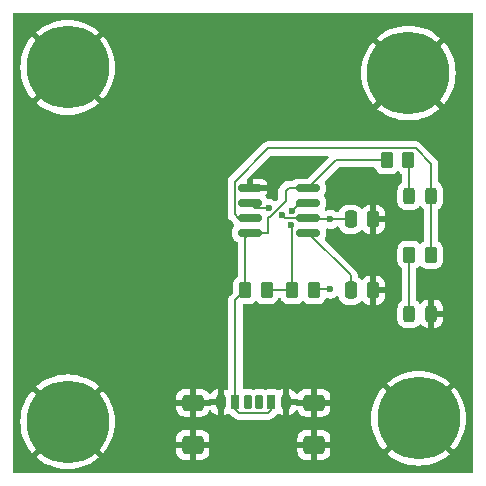
<source format=gbr>
%TF.GenerationSoftware,KiCad,Pcbnew,8.0.8*%
%TF.CreationDate,2025-03-19T14:50:45+02:00*%
%TF.ProjectId,Pcb_intro_timer,5063625f-696e-4747-926f-5f74696d6572,rev?*%
%TF.SameCoordinates,Original*%
%TF.FileFunction,Copper,L1,Top*%
%TF.FilePolarity,Positive*%
%FSLAX46Y46*%
G04 Gerber Fmt 4.6, Leading zero omitted, Abs format (unit mm)*
G04 Created by KiCad (PCBNEW 8.0.8) date 2025-03-19 14:50:45*
%MOMM*%
%LPD*%
G01*
G04 APERTURE LIST*
G04 Aperture macros list*
%AMRoundRect*
0 Rectangle with rounded corners*
0 $1 Rounding radius*
0 $2 $3 $4 $5 $6 $7 $8 $9 X,Y pos of 4 corners*
0 Add a 4 corners polygon primitive as box body*
4,1,4,$2,$3,$4,$5,$6,$7,$8,$9,$2,$3,0*
0 Add four circle primitives for the rounded corners*
1,1,$1+$1,$2,$3*
1,1,$1+$1,$4,$5*
1,1,$1+$1,$6,$7*
1,1,$1+$1,$8,$9*
0 Add four rect primitives between the rounded corners*
20,1,$1+$1,$2,$3,$4,$5,0*
20,1,$1+$1,$4,$5,$6,$7,0*
20,1,$1+$1,$6,$7,$8,$9,0*
20,1,$1+$1,$8,$9,$2,$3,0*%
G04 Aperture macros list end*
%TA.AperFunction,SMDPad,CuDef*%
%ADD10RoundRect,0.250000X-0.262500X-0.450000X0.262500X-0.450000X0.262500X0.450000X-0.262500X0.450000X0*%
%TD*%
%TA.AperFunction,SMDPad,CuDef*%
%ADD11RoundRect,0.243750X-0.243750X-0.456250X0.243750X-0.456250X0.243750X0.456250X-0.243750X0.456250X0*%
%TD*%
%TA.AperFunction,ComponentPad*%
%ADD12C,0.800000*%
%TD*%
%TA.AperFunction,ComponentPad*%
%ADD13C,7.000000*%
%TD*%
%TA.AperFunction,SMDPad,CuDef*%
%ADD14RoundRect,0.250000X-0.250000X-0.475000X0.250000X-0.475000X0.250000X0.475000X-0.250000X0.475000X0*%
%TD*%
%TA.AperFunction,SMDPad,CuDef*%
%ADD15RoundRect,0.150000X-0.825000X-0.150000X0.825000X-0.150000X0.825000X0.150000X-0.825000X0.150000X0*%
%TD*%
%TA.AperFunction,SMDPad,CuDef*%
%ADD16RoundRect,0.175000X-0.175000X-0.425000X0.175000X-0.425000X0.175000X0.425000X-0.175000X0.425000X0*%
%TD*%
%TA.AperFunction,SMDPad,CuDef*%
%ADD17RoundRect,0.190000X0.190000X0.410000X-0.190000X0.410000X-0.190000X-0.410000X0.190000X-0.410000X0*%
%TD*%
%TA.AperFunction,SMDPad,CuDef*%
%ADD18RoundRect,0.200000X0.200000X0.400000X-0.200000X0.400000X-0.200000X-0.400000X0.200000X-0.400000X0*%
%TD*%
%TA.AperFunction,SMDPad,CuDef*%
%ADD19RoundRect,0.175000X0.175000X0.425000X-0.175000X0.425000X-0.175000X-0.425000X0.175000X-0.425000X0*%
%TD*%
%TA.AperFunction,SMDPad,CuDef*%
%ADD20RoundRect,0.190000X-0.190000X-0.410000X0.190000X-0.410000X0.190000X0.410000X-0.190000X0.410000X0*%
%TD*%
%TA.AperFunction,SMDPad,CuDef*%
%ADD21RoundRect,0.200000X-0.200000X-0.400000X0.200000X-0.400000X0.200000X0.400000X-0.200000X0.400000X0*%
%TD*%
%TA.AperFunction,SMDPad,CuDef*%
%ADD22RoundRect,0.250000X-0.650000X-0.425000X0.650000X-0.425000X0.650000X0.425000X-0.650000X0.425000X0*%
%TD*%
%TA.AperFunction,SMDPad,CuDef*%
%ADD23RoundRect,0.250000X-0.650000X-0.500000X0.650000X-0.500000X0.650000X0.500000X-0.650000X0.500000X0*%
%TD*%
%TA.AperFunction,SMDPad,CuDef*%
%ADD24RoundRect,0.250000X0.262500X0.450000X-0.262500X0.450000X-0.262500X-0.450000X0.262500X-0.450000X0*%
%TD*%
%TA.AperFunction,ViaPad*%
%ADD25C,0.600000*%
%TD*%
%TA.AperFunction,Conductor*%
%ADD26C,0.200000*%
%TD*%
G04 APERTURE END LIST*
D10*
%TO.P,R3,1*%
%TO.N,+5V*%
X157175000Y-94000000D03*
%TO.P,R3,2*%
%TO.N,Net-(U1-DIS)*%
X159000000Y-94000000D03*
%TD*%
D11*
%TO.P,HL2,1,K*%
%TO.N,Net-(HL2-K)*%
X171062500Y-96000000D03*
%TO.P,HL2,2,A*%
%TO.N,GND*%
X172937500Y-96000000D03*
%TD*%
D10*
%TO.P,R1,1*%
%TO.N,+5V*%
X169175000Y-83000000D03*
%TO.P,R1,2*%
%TO.N,Net-(HL1-K)*%
X171000000Y-83000000D03*
%TD*%
D12*
%TO.P,H1,1,1*%
%TO.N,GND*%
X168375000Y-75625000D03*
X169143845Y-73768845D03*
X169143845Y-77481155D03*
X171000000Y-73000000D03*
D13*
X171000000Y-75625000D03*
D12*
X171000000Y-78250000D03*
X172856155Y-73768845D03*
X172856155Y-77481155D03*
X173625000Y-75625000D03*
%TD*%
D14*
%TO.P,C1,1*%
%TO.N,Net-(U1-CV)*%
X166100000Y-94000000D03*
%TO.P,C1,2*%
%TO.N,GND*%
X168000000Y-94000000D03*
%TD*%
D12*
%TO.P,H3,1,1*%
%TO.N,GND*%
X139518845Y-105143845D03*
X140287690Y-103287690D03*
X140287690Y-107000000D03*
X142143845Y-102518845D03*
D13*
X142143845Y-105143845D03*
D12*
X142143845Y-107768845D03*
X144000000Y-103287690D03*
X144000000Y-107000000D03*
X144768845Y-105143845D03*
%TD*%
D15*
%TO.P,U1,1,GND*%
%TO.N,GND*%
X157567500Y-85350000D03*
%TO.P,U1,2,TR*%
%TO.N,Net-(U1-THR)*%
X157567500Y-86620000D03*
%TO.P,U1,3,Q*%
%TO.N,Net-(HL1-A)*%
X157567500Y-87890000D03*
%TO.P,U1,4,R*%
%TO.N,+5V*%
X157567500Y-89160000D03*
%TO.P,U1,5,CV*%
%TO.N,Net-(U1-CV)*%
X162517500Y-89160000D03*
%TO.P,U1,6,THR*%
%TO.N,Net-(U1-THR)*%
X162517500Y-87890000D03*
%TO.P,U1,7,DIS*%
%TO.N,Net-(U1-DIS)*%
X162517500Y-86620000D03*
%TO.P,U1,8,VCC*%
%TO.N,+5V*%
X162517500Y-85350000D03*
%TD*%
D12*
%TO.P,H4,1,1*%
%TO.N,GND*%
X169231155Y-104856155D03*
X170000000Y-103000000D03*
X170000000Y-106712310D03*
X171856155Y-102231155D03*
D13*
X171856155Y-104856155D03*
D12*
X171856155Y-107481155D03*
X173712310Y-103000000D03*
X173712310Y-106712310D03*
X174481155Y-104856155D03*
%TD*%
D14*
%TO.P,C2,1*%
%TO.N,Net-(U1-THR)*%
X166100000Y-88000000D03*
%TO.P,C2,2*%
%TO.N,GND*%
X168000000Y-88000000D03*
%TD*%
D16*
%TO.P,J1,A5,CC1*%
%TO.N,unconnected-(J1-CC1-PadA5)*%
X157375000Y-103467500D03*
D17*
%TO.P,J1,A9,VBUS*%
%TO.N,+5V*%
X159395000Y-103467500D03*
D18*
%TO.P,J1,A12,GND*%
%TO.N,GND*%
X160625000Y-103467500D03*
D19*
%TO.P,J1,B5,CC2*%
%TO.N,unconnected-(J1-CC2-PadB5)*%
X158375000Y-103467500D03*
D20*
%TO.P,J1,B9,VBUS*%
%TO.N,+5V*%
X156355000Y-103467500D03*
D21*
%TO.P,J1,B12,GND*%
%TO.N,GND*%
X155125000Y-103467500D03*
D22*
%TO.P,J1,S1,SHIELD*%
X152750000Y-103522500D03*
D23*
X152750000Y-107102500D03*
D22*
X163000000Y-103522500D03*
D23*
X163000000Y-107102500D03*
%TD*%
D10*
%TO.P,R4,1*%
%TO.N,Net-(U1-DIS)*%
X161175000Y-94000000D03*
%TO.P,R4,2*%
%TO.N,Net-(U1-THR)*%
X163000000Y-94000000D03*
%TD*%
D24*
%TO.P,R2,1*%
%TO.N,Net-(HL1-A)*%
X172912500Y-91000000D03*
%TO.P,R2,2*%
%TO.N,Net-(HL2-K)*%
X171087500Y-91000000D03*
%TD*%
D12*
%TO.P,H2,1,1*%
%TO.N,GND*%
X139518845Y-75143845D03*
X140287690Y-73287690D03*
X140287690Y-77000000D03*
X142143845Y-72518845D03*
D13*
X142143845Y-75143845D03*
D12*
X142143845Y-77768845D03*
X144000000Y-73287690D03*
X144000000Y-77000000D03*
X144768845Y-75143845D03*
%TD*%
D11*
%TO.P,HL1,1,K*%
%TO.N,Net-(HL1-K)*%
X171062500Y-86000000D03*
%TO.P,HL1,2,A*%
%TO.N,Net-(HL1-A)*%
X172937500Y-86000000D03*
%TD*%
D25*
%TO.N,Net-(U1-THR)*%
X160310791Y-87610791D03*
X164400000Y-93900000D03*
X159162261Y-87062261D03*
X164400000Y-88000000D03*
%TO.N,Net-(U1-DIS)*%
X161152742Y-87290000D03*
X161100000Y-88500000D03*
%TD*%
D26*
%TO.N,Net-(U1-CV)*%
X166100000Y-92742500D02*
X162517500Y-89160000D01*
X166100000Y-94000000D02*
X166100000Y-92742500D01*
%TO.N,Net-(U1-THR)*%
X160590000Y-87890000D02*
X160310791Y-87610791D01*
X159162261Y-87062261D02*
X158009761Y-87062261D01*
X162517500Y-87890000D02*
X160590000Y-87890000D01*
X164400000Y-93900000D02*
X163100000Y-93900000D01*
X158009761Y-87062261D02*
X157567500Y-86620000D01*
X162627500Y-88000000D02*
X162517500Y-87890000D01*
X166100000Y-88000000D02*
X162627500Y-88000000D01*
X163100000Y-93900000D02*
X163000000Y-94000000D01*
%TO.N,Net-(HL1-K)*%
X171062500Y-83062500D02*
X171000000Y-83000000D01*
X171062500Y-86000000D02*
X171062500Y-83062500D01*
%TO.N,Net-(HL1-A)*%
X156292500Y-87589999D02*
X156292500Y-84807500D01*
X172912500Y-91000000D02*
X172912500Y-86025000D01*
X159100000Y-82000000D02*
X171600000Y-82000000D01*
X171600000Y-82000000D02*
X172937500Y-83337500D01*
X156592501Y-87890000D02*
X156292500Y-87589999D01*
X156292500Y-84807500D02*
X159100000Y-82000000D01*
X157567500Y-87890000D02*
X156592501Y-87890000D01*
X172937500Y-83337500D02*
X172937500Y-86000000D01*
X172912500Y-86025000D02*
X172937500Y-86000000D01*
%TO.N,Net-(HL2-K)*%
X171062500Y-91025000D02*
X171087500Y-91000000D01*
X171062500Y-96000000D02*
X171062500Y-91025000D01*
%TO.N,Net-(U1-DIS)*%
X161175000Y-88575000D02*
X161100000Y-88500000D01*
X162517500Y-86620000D02*
X161822742Y-86620000D01*
X159000000Y-94000000D02*
X161175000Y-94000000D01*
X161822742Y-86620000D02*
X161152742Y-87290000D01*
X161175000Y-94000000D02*
X161175000Y-88575000D01*
%TO.N,+5V*%
X159100000Y-89200000D02*
X159100000Y-87800000D01*
X159100000Y-87800000D02*
X159273053Y-87800000D01*
X159132500Y-104367500D02*
X159395000Y-104105000D01*
X156655000Y-104367500D02*
X159132500Y-104367500D01*
X159060000Y-89160000D02*
X159100000Y-89200000D01*
X160850000Y-85350000D02*
X162517500Y-85350000D01*
X169175000Y-83000000D02*
X164867500Y-83000000D01*
X156355000Y-104067500D02*
X156655000Y-104367500D01*
X164867500Y-83000000D02*
X162517500Y-85350000D01*
X156355000Y-103467500D02*
X156355000Y-104067500D01*
X157567500Y-89160000D02*
X159060000Y-89160000D01*
X157175000Y-94000000D02*
X156355000Y-94820000D01*
X160600000Y-86473053D02*
X160600000Y-85600000D01*
X156355000Y-94820000D02*
X156355000Y-103467500D01*
X160600000Y-85600000D02*
X160850000Y-85350000D01*
X159395000Y-104105000D02*
X159395000Y-103467500D01*
X157175000Y-89552500D02*
X157175000Y-94000000D01*
X158360000Y-89160000D02*
X158400000Y-89200000D01*
X157567500Y-89160000D02*
X158360000Y-89160000D01*
X159273053Y-87800000D02*
X160600000Y-86473053D01*
X157567500Y-89160000D02*
X157175000Y-89552500D01*
%TD*%
%TA.AperFunction,Conductor*%
%TO.N,GND*%
G36*
X164185441Y-82620185D02*
G01*
X164231196Y-82672989D01*
X164241140Y-82742147D01*
X164212115Y-82805703D01*
X164206083Y-82812181D01*
X162505084Y-84513181D01*
X162443761Y-84546666D01*
X162417403Y-84549500D01*
X161626798Y-84549500D01*
X161589932Y-84552401D01*
X161589926Y-84552402D01*
X161432106Y-84598254D01*
X161432103Y-84598255D01*
X161290637Y-84681917D01*
X161290629Y-84681923D01*
X161259374Y-84713180D01*
X161198052Y-84746666D01*
X161171692Y-84749500D01*
X160770940Y-84749500D01*
X160730019Y-84760464D01*
X160730019Y-84760465D01*
X160707202Y-84766579D01*
X160618214Y-84790423D01*
X160618209Y-84790426D01*
X160481290Y-84869475D01*
X160481282Y-84869481D01*
X160119481Y-85231282D01*
X160119479Y-85231285D01*
X160069361Y-85318094D01*
X160069359Y-85318096D01*
X160040425Y-85368209D01*
X160040424Y-85368210D01*
X160040423Y-85368215D01*
X159999499Y-85520943D01*
X159999499Y-85520945D01*
X159999499Y-85689046D01*
X159999500Y-85689059D01*
X159999500Y-86172956D01*
X159979815Y-86239995D01*
X159963185Y-86260632D01*
X159887346Y-86336472D01*
X159812347Y-86411471D01*
X159751024Y-86444955D01*
X159681332Y-86439971D01*
X159658694Y-86428782D01*
X159511787Y-86336473D01*
X159341515Y-86276892D01*
X159341510Y-86276891D01*
X159162265Y-86256696D01*
X159162257Y-86256696D01*
X159110609Y-86262515D01*
X159041787Y-86250460D01*
X158990408Y-86203111D01*
X158989994Y-86202416D01*
X158972571Y-86172956D01*
X158910581Y-86068135D01*
X158910578Y-86068132D01*
X158905798Y-86061969D01*
X158908135Y-86060155D01*
X158881298Y-86011050D01*
X158886256Y-85941356D01*
X158907054Y-85908998D01*
X158905403Y-85907717D01*
X158910186Y-85901550D01*
X158993781Y-85760198D01*
X159039600Y-85602486D01*
X159039795Y-85600001D01*
X159039795Y-85600000D01*
X157691500Y-85600000D01*
X157624461Y-85580315D01*
X157578706Y-85527511D01*
X157567500Y-85476000D01*
X157567500Y-85350000D01*
X157441500Y-85350000D01*
X157374461Y-85330315D01*
X157328706Y-85277511D01*
X157317500Y-85226000D01*
X157317500Y-85100000D01*
X157817500Y-85100000D01*
X159039795Y-85100000D01*
X159039795Y-85099998D01*
X159039600Y-85097513D01*
X158993781Y-84939801D01*
X158910185Y-84798447D01*
X158910178Y-84798438D01*
X158794061Y-84682321D01*
X158794052Y-84682314D01*
X158652696Y-84598717D01*
X158652693Y-84598716D01*
X158494995Y-84552900D01*
X158494989Y-84552899D01*
X158458149Y-84550000D01*
X157817500Y-84550000D01*
X157817500Y-85100000D01*
X157317500Y-85100000D01*
X157317500Y-84683097D01*
X157337185Y-84616058D01*
X157353819Y-84595416D01*
X158123460Y-83825776D01*
X159312417Y-82636819D01*
X159373740Y-82603334D01*
X159400098Y-82600500D01*
X164118402Y-82600500D01*
X164185441Y-82620185D01*
G37*
%TD.AperFunction*%
%TA.AperFunction,Conductor*%
G36*
X176442539Y-70520185D02*
G01*
X176488294Y-70572989D01*
X176499500Y-70624500D01*
X176499500Y-109375500D01*
X176479815Y-109442539D01*
X176427011Y-109488294D01*
X176375500Y-109499500D01*
X137624500Y-109499500D01*
X137557461Y-109479815D01*
X137511706Y-109427011D01*
X137500500Y-109375500D01*
X137500500Y-105143845D01*
X138139021Y-105143845D01*
X138158306Y-105536395D01*
X138215974Y-105925153D01*
X138311470Y-106306394D01*
X138443861Y-106676404D01*
X138443868Y-106676420D01*
X138611907Y-107031709D01*
X138813954Y-107368803D01*
X139048078Y-107684483D01*
X139143913Y-107790220D01*
X139143914Y-107790220D01*
X140742225Y-106191908D01*
X140825302Y-106300176D01*
X140987514Y-106462388D01*
X141095779Y-106545463D01*
X139497468Y-108143774D01*
X139603212Y-108239615D01*
X139918886Y-108473735D01*
X140255980Y-108675782D01*
X140611269Y-108843821D01*
X140611285Y-108843828D01*
X140981295Y-108976219D01*
X141362536Y-109071715D01*
X141751294Y-109129383D01*
X142143845Y-109148668D01*
X142536395Y-109129383D01*
X142925153Y-109071715D01*
X143306394Y-108976219D01*
X143676404Y-108843828D01*
X143676420Y-108843821D01*
X144031709Y-108675782D01*
X144368803Y-108473735D01*
X144684483Y-108239611D01*
X144790220Y-108143775D01*
X144790220Y-108143773D01*
X143191909Y-106545463D01*
X143300176Y-106462388D01*
X143462388Y-106300176D01*
X143545463Y-106191910D01*
X145143773Y-107790220D01*
X145143775Y-107790220D01*
X145239611Y-107684483D01*
X145263342Y-107652486D01*
X151350001Y-107652486D01*
X151360494Y-107755197D01*
X151415641Y-107921619D01*
X151415643Y-107921624D01*
X151507684Y-108070845D01*
X151631654Y-108194815D01*
X151780875Y-108286856D01*
X151780880Y-108286858D01*
X151947302Y-108342005D01*
X151947309Y-108342006D01*
X152050019Y-108352499D01*
X152499999Y-108352499D01*
X153000000Y-108352499D01*
X153449972Y-108352499D01*
X153449986Y-108352498D01*
X153552697Y-108342005D01*
X153719119Y-108286858D01*
X153719124Y-108286856D01*
X153868345Y-108194815D01*
X153992315Y-108070845D01*
X154084356Y-107921624D01*
X154084358Y-107921619D01*
X154139505Y-107755197D01*
X154139506Y-107755190D01*
X154149999Y-107652486D01*
X161600001Y-107652486D01*
X161610494Y-107755197D01*
X161665641Y-107921619D01*
X161665643Y-107921624D01*
X161757684Y-108070845D01*
X161881654Y-108194815D01*
X162030875Y-108286856D01*
X162030880Y-108286858D01*
X162197302Y-108342005D01*
X162197309Y-108342006D01*
X162300019Y-108352499D01*
X162749999Y-108352499D01*
X163250000Y-108352499D01*
X163699972Y-108352499D01*
X163699986Y-108352498D01*
X163802697Y-108342005D01*
X163969119Y-108286858D01*
X163969124Y-108286856D01*
X164118345Y-108194815D01*
X164242315Y-108070845D01*
X164334356Y-107921624D01*
X164334358Y-107921619D01*
X164389505Y-107755197D01*
X164389506Y-107755190D01*
X164399999Y-107652486D01*
X164400000Y-107652473D01*
X164400000Y-107352500D01*
X163250000Y-107352500D01*
X163250000Y-108352499D01*
X162749999Y-108352499D01*
X162750000Y-108352498D01*
X162750000Y-107352500D01*
X161600001Y-107352500D01*
X161600001Y-107652486D01*
X154149999Y-107652486D01*
X154150000Y-107652473D01*
X154150000Y-107352500D01*
X153000000Y-107352500D01*
X153000000Y-108352499D01*
X152499999Y-108352499D01*
X152500000Y-108352498D01*
X152500000Y-107352500D01*
X151350001Y-107352500D01*
X151350001Y-107652486D01*
X145263342Y-107652486D01*
X145473735Y-107368803D01*
X145675782Y-107031709D01*
X145843821Y-106676420D01*
X145843828Y-106676404D01*
X145888157Y-106552513D01*
X151350000Y-106552513D01*
X151350000Y-106852500D01*
X152500000Y-106852500D01*
X153000000Y-106852500D01*
X154149999Y-106852500D01*
X154149999Y-106552528D01*
X154149998Y-106552513D01*
X161600000Y-106552513D01*
X161600000Y-106852500D01*
X162750000Y-106852500D01*
X163250000Y-106852500D01*
X164399999Y-106852500D01*
X164399999Y-106552528D01*
X164399998Y-106552513D01*
X164389505Y-106449802D01*
X164334358Y-106283380D01*
X164334356Y-106283375D01*
X164242315Y-106134154D01*
X164118345Y-106010184D01*
X163969124Y-105918143D01*
X163969119Y-105918141D01*
X163802697Y-105862994D01*
X163802690Y-105862993D01*
X163699986Y-105852500D01*
X163250000Y-105852500D01*
X163250000Y-106852500D01*
X162750000Y-106852500D01*
X162750000Y-105852500D01*
X162300028Y-105852500D01*
X162300012Y-105852501D01*
X162197302Y-105862994D01*
X162030880Y-105918141D01*
X162030875Y-105918143D01*
X161881654Y-106010184D01*
X161757684Y-106134154D01*
X161665643Y-106283375D01*
X161665641Y-106283380D01*
X161610494Y-106449802D01*
X161610493Y-106449809D01*
X161600000Y-106552513D01*
X154149998Y-106552513D01*
X154139505Y-106449802D01*
X154084358Y-106283380D01*
X154084356Y-106283375D01*
X153992315Y-106134154D01*
X153868345Y-106010184D01*
X153719124Y-105918143D01*
X153719119Y-105918141D01*
X153552697Y-105862994D01*
X153552690Y-105862993D01*
X153449986Y-105852500D01*
X153000000Y-105852500D01*
X153000000Y-106852500D01*
X152500000Y-106852500D01*
X152500000Y-105852500D01*
X152050028Y-105852500D01*
X152050012Y-105852501D01*
X151947302Y-105862994D01*
X151780880Y-105918141D01*
X151780875Y-105918143D01*
X151631654Y-106010184D01*
X151507684Y-106134154D01*
X151415643Y-106283375D01*
X151415641Y-106283380D01*
X151360494Y-106449802D01*
X151360493Y-106449809D01*
X151350000Y-106552513D01*
X145888157Y-106552513D01*
X145976219Y-106306394D01*
X146071715Y-105925153D01*
X146129383Y-105536395D01*
X146148668Y-105143845D01*
X146129383Y-104751294D01*
X146071715Y-104362536D01*
X145980275Y-103997486D01*
X151350001Y-103997486D01*
X151360494Y-104100197D01*
X151415641Y-104266619D01*
X151415643Y-104266624D01*
X151507684Y-104415845D01*
X151631654Y-104539815D01*
X151780875Y-104631856D01*
X151780880Y-104631858D01*
X151947302Y-104687005D01*
X151947309Y-104687006D01*
X152050019Y-104697499D01*
X152499999Y-104697499D01*
X152500000Y-104697498D01*
X152500000Y-103772500D01*
X153000000Y-103772500D01*
X153000000Y-104697499D01*
X153449972Y-104697499D01*
X153449986Y-104697498D01*
X153552697Y-104687005D01*
X153719119Y-104631858D01*
X153719124Y-104631856D01*
X153868345Y-104539815D01*
X153992315Y-104415845D01*
X154084356Y-104266624D01*
X154084357Y-104266620D01*
X154093183Y-104239986D01*
X154132954Y-104182540D01*
X154197470Y-104155715D01*
X154266246Y-104168029D01*
X154317007Y-104214837D01*
X154369927Y-104302377D01*
X154490122Y-104422572D01*
X154635604Y-104510519D01*
X154635603Y-104510519D01*
X154797894Y-104561090D01*
X154797893Y-104561090D01*
X154868408Y-104567498D01*
X154868426Y-104567499D01*
X154874999Y-104567498D01*
X154875000Y-104567498D01*
X154875000Y-103717500D01*
X154280000Y-103717500D01*
X154261319Y-103736181D01*
X154199996Y-103769666D01*
X154173638Y-103772500D01*
X153000000Y-103772500D01*
X152500000Y-103772500D01*
X151350001Y-103772500D01*
X151350001Y-103997486D01*
X145980275Y-103997486D01*
X145976219Y-103981295D01*
X145843828Y-103611285D01*
X145843821Y-103611269D01*
X145675782Y-103255980D01*
X145550831Y-103047513D01*
X151350000Y-103047513D01*
X151350000Y-103272500D01*
X152500000Y-103272500D01*
X153000000Y-103272500D01*
X154095000Y-103272500D01*
X154113681Y-103253819D01*
X154175004Y-103220334D01*
X154201362Y-103217500D01*
X154875000Y-103217500D01*
X154875000Y-102367500D01*
X155375000Y-102367500D01*
X155375000Y-104567499D01*
X155381581Y-104567499D01*
X155452102Y-104561091D01*
X155452107Y-104561090D01*
X155614395Y-104510519D01*
X155614398Y-104510518D01*
X155681759Y-104469796D01*
X155749313Y-104451959D01*
X155810057Y-104469794D01*
X155879529Y-104511791D01*
X155879532Y-104511792D01*
X155879531Y-104511792D01*
X155952802Y-104534624D01*
X156003593Y-104565328D01*
X156170139Y-104731874D01*
X156170149Y-104731885D01*
X156174479Y-104736215D01*
X156174480Y-104736216D01*
X156286284Y-104848020D01*
X156373095Y-104898139D01*
X156373097Y-104898141D01*
X156411151Y-104920111D01*
X156423215Y-104927077D01*
X156575943Y-104968000D01*
X156734057Y-104968000D01*
X159045831Y-104968000D01*
X159045847Y-104968001D01*
X159053443Y-104968001D01*
X159211554Y-104968001D01*
X159211557Y-104968001D01*
X159364285Y-104927077D01*
X159414404Y-104898139D01*
X159487125Y-104856155D01*
X167851331Y-104856155D01*
X167870616Y-105248705D01*
X167928284Y-105637463D01*
X168023780Y-106018704D01*
X168156171Y-106388714D01*
X168156178Y-106388730D01*
X168324217Y-106744019D01*
X168526264Y-107081113D01*
X168760388Y-107396793D01*
X168856223Y-107502530D01*
X168856224Y-107502530D01*
X170454536Y-105904219D01*
X170537612Y-106012486D01*
X170699824Y-106174698D01*
X170808089Y-106257773D01*
X169209778Y-107856084D01*
X169315522Y-107951925D01*
X169631196Y-108186045D01*
X169968290Y-108388092D01*
X170323579Y-108556131D01*
X170323595Y-108556138D01*
X170693605Y-108688529D01*
X171074846Y-108784025D01*
X171463604Y-108841693D01*
X171856155Y-108860978D01*
X172248705Y-108841693D01*
X172637463Y-108784025D01*
X173018704Y-108688529D01*
X173388714Y-108556138D01*
X173388730Y-108556131D01*
X173744019Y-108388092D01*
X174081113Y-108186045D01*
X174396793Y-107951921D01*
X174502530Y-107856085D01*
X174502530Y-107856083D01*
X172904219Y-106257773D01*
X173012486Y-106174698D01*
X173174698Y-106012486D01*
X173257773Y-105904220D01*
X174856083Y-107502530D01*
X174856085Y-107502530D01*
X174951921Y-107396793D01*
X175186045Y-107081113D01*
X175388092Y-106744019D01*
X175556131Y-106388730D01*
X175556138Y-106388714D01*
X175688529Y-106018704D01*
X175784025Y-105637463D01*
X175841693Y-105248705D01*
X175860978Y-104856155D01*
X175841693Y-104463604D01*
X175784025Y-104074846D01*
X175688529Y-103693605D01*
X175556138Y-103323595D01*
X175556131Y-103323579D01*
X175388092Y-102968290D01*
X175186045Y-102631196D01*
X174951925Y-102315522D01*
X174856084Y-102209778D01*
X173257772Y-103808089D01*
X173174698Y-103699824D01*
X173012486Y-103537612D01*
X172904219Y-103454536D01*
X174502530Y-101856224D01*
X174502530Y-101856223D01*
X174396793Y-101760388D01*
X174081113Y-101526264D01*
X173744019Y-101324217D01*
X173388730Y-101156178D01*
X173388714Y-101156171D01*
X173018704Y-101023780D01*
X172637463Y-100928284D01*
X172248705Y-100870616D01*
X171856155Y-100851331D01*
X171463604Y-100870616D01*
X171074846Y-100928284D01*
X170693605Y-101023780D01*
X170323595Y-101156171D01*
X170323579Y-101156178D01*
X169968290Y-101324217D01*
X169631196Y-101526264D01*
X169315522Y-101760383D01*
X169209778Y-101856223D01*
X169209778Y-101856224D01*
X170808090Y-103454536D01*
X170699824Y-103537612D01*
X170537612Y-103699824D01*
X170454536Y-103808090D01*
X168856224Y-102209778D01*
X168856223Y-102209778D01*
X168760383Y-102315522D01*
X168526264Y-102631196D01*
X168324217Y-102968290D01*
X168156178Y-103323579D01*
X168156171Y-103323595D01*
X168023780Y-103693605D01*
X167928284Y-104074846D01*
X167870616Y-104463604D01*
X167851331Y-104856155D01*
X159487125Y-104856155D01*
X159501216Y-104848020D01*
X159613020Y-104736216D01*
X159613020Y-104736214D01*
X159623228Y-104726007D01*
X159623230Y-104726004D01*
X159753504Y-104595729D01*
X159753514Y-104595722D01*
X159763716Y-104585520D01*
X159800882Y-104548352D01*
X159851676Y-104517647D01*
X159870471Y-104511791D01*
X159939941Y-104469794D01*
X160007491Y-104451959D01*
X160068238Y-104469795D01*
X160135604Y-104510519D01*
X160135603Y-104510519D01*
X160297894Y-104561090D01*
X160297893Y-104561090D01*
X160368408Y-104567498D01*
X160368426Y-104567499D01*
X160875000Y-104567499D01*
X160881581Y-104567499D01*
X160952102Y-104561091D01*
X160952107Y-104561090D01*
X161114396Y-104510518D01*
X161259877Y-104422572D01*
X161380072Y-104302377D01*
X161432992Y-104214837D01*
X161484520Y-104167650D01*
X161553379Y-104155811D01*
X161617708Y-104183079D01*
X161656815Y-104239983D01*
X161665641Y-104266619D01*
X161665643Y-104266624D01*
X161757684Y-104415845D01*
X161881654Y-104539815D01*
X162030875Y-104631856D01*
X162030880Y-104631858D01*
X162197302Y-104687005D01*
X162197309Y-104687006D01*
X162300019Y-104697499D01*
X162749999Y-104697499D01*
X163250000Y-104697499D01*
X163699972Y-104697499D01*
X163699986Y-104697498D01*
X163802697Y-104687005D01*
X163969119Y-104631858D01*
X163969124Y-104631856D01*
X164118345Y-104539815D01*
X164242315Y-104415845D01*
X164334356Y-104266624D01*
X164334358Y-104266619D01*
X164389505Y-104100197D01*
X164389506Y-104100190D01*
X164399999Y-103997486D01*
X164400000Y-103997473D01*
X164400000Y-103772500D01*
X163250000Y-103772500D01*
X163250000Y-104697499D01*
X162749999Y-104697499D01*
X162750000Y-104697498D01*
X162750000Y-103772500D01*
X161576362Y-103772500D01*
X161509323Y-103752815D01*
X161488681Y-103736181D01*
X161470000Y-103717500D01*
X160875000Y-103717500D01*
X160875000Y-104567499D01*
X160368426Y-104567499D01*
X160374999Y-104567498D01*
X160375000Y-104567498D01*
X160375000Y-102367500D01*
X160875000Y-102367500D01*
X160875000Y-103217500D01*
X161548638Y-103217500D01*
X161615677Y-103237185D01*
X161636319Y-103253819D01*
X161655000Y-103272500D01*
X162750000Y-103272500D01*
X163250000Y-103272500D01*
X164399999Y-103272500D01*
X164399999Y-103047528D01*
X164399998Y-103047513D01*
X164389505Y-102944802D01*
X164334358Y-102778380D01*
X164334356Y-102778375D01*
X164242315Y-102629154D01*
X164118345Y-102505184D01*
X163969124Y-102413143D01*
X163969119Y-102413141D01*
X163802697Y-102357994D01*
X163802690Y-102357993D01*
X163699986Y-102347500D01*
X163250000Y-102347500D01*
X163250000Y-103272500D01*
X162750000Y-103272500D01*
X162750000Y-102347500D01*
X162300028Y-102347500D01*
X162300012Y-102347501D01*
X162197302Y-102357994D01*
X162030880Y-102413141D01*
X162030875Y-102413143D01*
X161881654Y-102505184D01*
X161757684Y-102629154D01*
X161672524Y-102767221D01*
X161620576Y-102813945D01*
X161551613Y-102825167D01*
X161487531Y-102797324D01*
X161460868Y-102766274D01*
X161380072Y-102632622D01*
X161259877Y-102512427D01*
X161114395Y-102424480D01*
X161114396Y-102424480D01*
X160952105Y-102373909D01*
X160952106Y-102373909D01*
X160881572Y-102367500D01*
X160875000Y-102367500D01*
X160375000Y-102367500D01*
X160374999Y-102367499D01*
X160368436Y-102367500D01*
X160368417Y-102367501D01*
X160297897Y-102373908D01*
X160297892Y-102373909D01*
X160135601Y-102424481D01*
X160068236Y-102465204D01*
X160000681Y-102483039D01*
X159939939Y-102465203D01*
X159870473Y-102423210D01*
X159870472Y-102423209D01*
X159870471Y-102423209D01*
X159710380Y-102373323D01*
X159710378Y-102373322D01*
X159710376Y-102373322D01*
X159661662Y-102368895D01*
X159640801Y-102367000D01*
X159640798Y-102367000D01*
X159149191Y-102367000D01*
X159079623Y-102373321D01*
X159079613Y-102373324D01*
X158912696Y-102425337D01*
X158842836Y-102426488D01*
X158836443Y-102424183D01*
X158836432Y-102424219D01*
X158672664Y-102373187D01*
X158672662Y-102373186D01*
X158672657Y-102373185D01*
X158604594Y-102367000D01*
X158145406Y-102367000D01*
X158077343Y-102373185D01*
X158077341Y-102373185D01*
X158077338Y-102373186D01*
X157913570Y-102424219D01*
X157912720Y-102421491D01*
X157856639Y-102429222D01*
X157836695Y-102423366D01*
X157836430Y-102424219D01*
X157672661Y-102373186D01*
X157672659Y-102373185D01*
X157672657Y-102373185D01*
X157604594Y-102367000D01*
X157145406Y-102367000D01*
X157125539Y-102368805D01*
X157090721Y-102371969D01*
X157022175Y-102358432D01*
X156971830Y-102309985D01*
X156955500Y-102248478D01*
X156955500Y-95324499D01*
X156975185Y-95257460D01*
X157027989Y-95211705D01*
X157079500Y-95200499D01*
X157487502Y-95200499D01*
X157487508Y-95200499D01*
X157590297Y-95189999D01*
X157756834Y-95134814D01*
X157906156Y-95042712D01*
X157999819Y-94949049D01*
X158061142Y-94915564D01*
X158130834Y-94920548D01*
X158175181Y-94949049D01*
X158268844Y-95042712D01*
X158418166Y-95134814D01*
X158584703Y-95189999D01*
X158687491Y-95200500D01*
X159312508Y-95200499D01*
X159312516Y-95200498D01*
X159312519Y-95200498D01*
X159368802Y-95194748D01*
X159415297Y-95189999D01*
X159581834Y-95134814D01*
X159731156Y-95042712D01*
X159855212Y-94918656D01*
X159947314Y-94769334D01*
X159969794Y-94701492D01*
X160009567Y-94644048D01*
X160074083Y-94617225D01*
X160142858Y-94629540D01*
X160194058Y-94677083D01*
X160205206Y-94701493D01*
X160227685Y-94769331D01*
X160227687Y-94769336D01*
X160243104Y-94794331D01*
X160319788Y-94918656D01*
X160443844Y-95042712D01*
X160593166Y-95134814D01*
X160759703Y-95189999D01*
X160862491Y-95200500D01*
X161487508Y-95200499D01*
X161487516Y-95200498D01*
X161487519Y-95200498D01*
X161543802Y-95194748D01*
X161590297Y-95189999D01*
X161756834Y-95134814D01*
X161906156Y-95042712D01*
X161999819Y-94949049D01*
X162061142Y-94915564D01*
X162130834Y-94920548D01*
X162175181Y-94949049D01*
X162268844Y-95042712D01*
X162418166Y-95134814D01*
X162584703Y-95189999D01*
X162687491Y-95200500D01*
X163312508Y-95200499D01*
X163312516Y-95200498D01*
X163312519Y-95200498D01*
X163368802Y-95194748D01*
X163415297Y-95189999D01*
X163581834Y-95134814D01*
X163731156Y-95042712D01*
X163855212Y-94918656D01*
X163947314Y-94769334D01*
X163961000Y-94728030D01*
X164000769Y-94670591D01*
X164065284Y-94643766D01*
X164119659Y-94649997D01*
X164220737Y-94685366D01*
X164220743Y-94685367D01*
X164220745Y-94685368D01*
X164220746Y-94685368D01*
X164220750Y-94685369D01*
X164399996Y-94705565D01*
X164400000Y-94705565D01*
X164400004Y-94705565D01*
X164579249Y-94685369D01*
X164579252Y-94685368D01*
X164579255Y-94685368D01*
X164749522Y-94625789D01*
X164902262Y-94529816D01*
X164902274Y-94529803D01*
X164907501Y-94525636D01*
X164972186Y-94499223D01*
X165040882Y-94511973D01*
X165091780Y-94559840D01*
X165108180Y-94609973D01*
X165110001Y-94627798D01*
X165110001Y-94627799D01*
X165156901Y-94769331D01*
X165165186Y-94794334D01*
X165257288Y-94943656D01*
X165381344Y-95067712D01*
X165530666Y-95159814D01*
X165697203Y-95214999D01*
X165799991Y-95225500D01*
X166400008Y-95225499D01*
X166400016Y-95225498D01*
X166400019Y-95225498D01*
X166456302Y-95219748D01*
X166502797Y-95214999D01*
X166669334Y-95159814D01*
X166818656Y-95067712D01*
X166942712Y-94943656D01*
X166944752Y-94940347D01*
X166946745Y-94938555D01*
X166947193Y-94937989D01*
X166947289Y-94938065D01*
X166996694Y-94893623D01*
X167065656Y-94882395D01*
X167129740Y-94910234D01*
X167155829Y-94940339D01*
X167157681Y-94943341D01*
X167157683Y-94943344D01*
X167281654Y-95067315D01*
X167430875Y-95159356D01*
X167430880Y-95159358D01*
X167597302Y-95214505D01*
X167597309Y-95214506D01*
X167700019Y-95224999D01*
X168250000Y-95224999D01*
X168299972Y-95224999D01*
X168299986Y-95224998D01*
X168402697Y-95214505D01*
X168569119Y-95159358D01*
X168569124Y-95159356D01*
X168718345Y-95067315D01*
X168842315Y-94943345D01*
X168934356Y-94794124D01*
X168934358Y-94794119D01*
X168989505Y-94627697D01*
X168989506Y-94627690D01*
X168999999Y-94524986D01*
X169000000Y-94524973D01*
X169000000Y-94250000D01*
X168250000Y-94250000D01*
X168250000Y-95224999D01*
X167700019Y-95224999D01*
X167749999Y-95224998D01*
X167750000Y-95224998D01*
X167750000Y-93750000D01*
X168250000Y-93750000D01*
X168999999Y-93750000D01*
X168999999Y-93475028D01*
X168999998Y-93475013D01*
X168989505Y-93372302D01*
X168934358Y-93205880D01*
X168934356Y-93205875D01*
X168842315Y-93056654D01*
X168718345Y-92932684D01*
X168569124Y-92840643D01*
X168569119Y-92840641D01*
X168402697Y-92785494D01*
X168402690Y-92785493D01*
X168299986Y-92775000D01*
X168250000Y-92775000D01*
X168250000Y-93750000D01*
X167750000Y-93750000D01*
X167750000Y-92775000D01*
X167749999Y-92774999D01*
X167700029Y-92775000D01*
X167700011Y-92775001D01*
X167597302Y-92785494D01*
X167430880Y-92840641D01*
X167430875Y-92840643D01*
X167281654Y-92932684D01*
X167157683Y-93056655D01*
X167157679Y-93056660D01*
X167155826Y-93059665D01*
X167154018Y-93061290D01*
X167153202Y-93062323D01*
X167153025Y-93062183D01*
X167103874Y-93106385D01*
X167034911Y-93117601D01*
X166970831Y-93089752D01*
X166944753Y-93059653D01*
X166944737Y-93059628D01*
X166942712Y-93056344D01*
X166818656Y-92932288D01*
X166818655Y-92932287D01*
X166759402Y-92895739D01*
X166712678Y-92843791D01*
X166700500Y-92790201D01*
X166700500Y-92663445D01*
X166700500Y-92663443D01*
X166659577Y-92510716D01*
X166659577Y-92510715D01*
X166659577Y-92510714D01*
X166630639Y-92460595D01*
X166630637Y-92460592D01*
X166580520Y-92373784D01*
X166468716Y-92261980D01*
X166468715Y-92261979D01*
X166464385Y-92257649D01*
X166464374Y-92257639D01*
X163950154Y-89743419D01*
X163916669Y-89682096D01*
X163921653Y-89612404D01*
X163931104Y-89592616D01*
X163944244Y-89570398D01*
X163990098Y-89412569D01*
X163993000Y-89375694D01*
X163993000Y-88944306D01*
X163990098Y-88907431D01*
X163990097Y-88907426D01*
X163988960Y-88901201D01*
X163991725Y-88900695D01*
X163991839Y-88843081D01*
X164029730Y-88784378D01*
X164093343Y-88755478D01*
X164151701Y-88761209D01*
X164217916Y-88784378D01*
X164220745Y-88785368D01*
X164220746Y-88785368D01*
X164220750Y-88785369D01*
X164399996Y-88805565D01*
X164400000Y-88805565D01*
X164400004Y-88805565D01*
X164579249Y-88785369D01*
X164579252Y-88785368D01*
X164579255Y-88785368D01*
X164749522Y-88725789D01*
X164902262Y-88629816D01*
X164902267Y-88629810D01*
X164905097Y-88627555D01*
X164907275Y-88626665D01*
X164908158Y-88626111D01*
X164908255Y-88626265D01*
X164969783Y-88601145D01*
X164982412Y-88600500D01*
X165011415Y-88600500D01*
X165078454Y-88620185D01*
X165124209Y-88672989D01*
X165129118Y-88685489D01*
X165165186Y-88794334D01*
X165257288Y-88943656D01*
X165381344Y-89067712D01*
X165530666Y-89159814D01*
X165697203Y-89214999D01*
X165799991Y-89225500D01*
X166400008Y-89225499D01*
X166400016Y-89225498D01*
X166400019Y-89225498D01*
X166456302Y-89219748D01*
X166502797Y-89214999D01*
X166669334Y-89159814D01*
X166818656Y-89067712D01*
X166942712Y-88943656D01*
X166944752Y-88940347D01*
X166946745Y-88938555D01*
X166947193Y-88937989D01*
X166947289Y-88938065D01*
X166996694Y-88893623D01*
X167065656Y-88882395D01*
X167129740Y-88910234D01*
X167155829Y-88940339D01*
X167157681Y-88943341D01*
X167157683Y-88943344D01*
X167281654Y-89067315D01*
X167430875Y-89159356D01*
X167430880Y-89159358D01*
X167597302Y-89214505D01*
X167597309Y-89214506D01*
X167700019Y-89224999D01*
X168250000Y-89224999D01*
X168299972Y-89224999D01*
X168299986Y-89224998D01*
X168402697Y-89214505D01*
X168569119Y-89159358D01*
X168569124Y-89159356D01*
X168718345Y-89067315D01*
X168842315Y-88943345D01*
X168934356Y-88794124D01*
X168934358Y-88794119D01*
X168989505Y-88627697D01*
X168989506Y-88627690D01*
X168999999Y-88524986D01*
X169000000Y-88524973D01*
X169000000Y-88250000D01*
X168250000Y-88250000D01*
X168250000Y-89224999D01*
X167700019Y-89224999D01*
X167749999Y-89224998D01*
X167750000Y-89224998D01*
X167750000Y-87750000D01*
X168250000Y-87750000D01*
X168999999Y-87750000D01*
X168999999Y-87475028D01*
X168999998Y-87475013D01*
X168989505Y-87372302D01*
X168934358Y-87205880D01*
X168934356Y-87205875D01*
X168842315Y-87056654D01*
X168718345Y-86932684D01*
X168569124Y-86840643D01*
X168569119Y-86840641D01*
X168402697Y-86785494D01*
X168402690Y-86785493D01*
X168299986Y-86775000D01*
X168250000Y-86775000D01*
X168250000Y-87750000D01*
X167750000Y-87750000D01*
X167750000Y-86775000D01*
X167749999Y-86774999D01*
X167700029Y-86775000D01*
X167700011Y-86775001D01*
X167597302Y-86785494D01*
X167430880Y-86840641D01*
X167430875Y-86840643D01*
X167281654Y-86932684D01*
X167157683Y-87056655D01*
X167157679Y-87056660D01*
X167155826Y-87059665D01*
X167154018Y-87061290D01*
X167153202Y-87062323D01*
X167153025Y-87062183D01*
X167103874Y-87106385D01*
X167034911Y-87117601D01*
X166970831Y-87089752D01*
X166944753Y-87059653D01*
X166944282Y-87058890D01*
X166942712Y-87056344D01*
X166818656Y-86932288D01*
X166669334Y-86840186D01*
X166502797Y-86785001D01*
X166502795Y-86785000D01*
X166400010Y-86774500D01*
X165799998Y-86774500D01*
X165799980Y-86774501D01*
X165697203Y-86785000D01*
X165697200Y-86785001D01*
X165530668Y-86840185D01*
X165530663Y-86840187D01*
X165381342Y-86932289D01*
X165257289Y-87056342D01*
X165165187Y-87205663D01*
X165165185Y-87205668D01*
X165162215Y-87214631D01*
X165142473Y-87274211D01*
X165129121Y-87314504D01*
X165089348Y-87371949D01*
X165024833Y-87398772D01*
X165011415Y-87399500D01*
X164982412Y-87399500D01*
X164915373Y-87379815D01*
X164905097Y-87372445D01*
X164902263Y-87370185D01*
X164902262Y-87370184D01*
X164813648Y-87314504D01*
X164749523Y-87274211D01*
X164579254Y-87214631D01*
X164579249Y-87214630D01*
X164400004Y-87194435D01*
X164399996Y-87194435D01*
X164220750Y-87214630D01*
X164220742Y-87214632D01*
X164055281Y-87272529D01*
X163985502Y-87276090D01*
X163924875Y-87241361D01*
X163892648Y-87179367D01*
X163899054Y-87109792D01*
X163907591Y-87092374D01*
X163944244Y-87030398D01*
X163990098Y-86872569D01*
X163993000Y-86835694D01*
X163993000Y-86404306D01*
X163990098Y-86367431D01*
X163981103Y-86336472D01*
X163944245Y-86209606D01*
X163944244Y-86209603D01*
X163944244Y-86209602D01*
X163860581Y-86068135D01*
X163860578Y-86068132D01*
X163855798Y-86061969D01*
X163858250Y-86060066D01*
X163831655Y-86011421D01*
X163836604Y-85941726D01*
X163857440Y-85909304D01*
X163855798Y-85908031D01*
X163860575Y-85901870D01*
X163860581Y-85901865D01*
X163944244Y-85760398D01*
X163990098Y-85602569D01*
X163993000Y-85565694D01*
X163993000Y-85134306D01*
X163990098Y-85097431D01*
X163984947Y-85079703D01*
X163956336Y-84981224D01*
X163944244Y-84939602D01*
X163931102Y-84917379D01*
X163913921Y-84849655D01*
X163936081Y-84783393D01*
X163950148Y-84766585D01*
X165079916Y-83636819D01*
X165141239Y-83603334D01*
X165167597Y-83600500D01*
X168082199Y-83600500D01*
X168149238Y-83620185D01*
X168194993Y-83672989D01*
X168199903Y-83685492D01*
X168227686Y-83769334D01*
X168319788Y-83918656D01*
X168443844Y-84042712D01*
X168593166Y-84134814D01*
X168759703Y-84189999D01*
X168862491Y-84200500D01*
X169487508Y-84200499D01*
X169487516Y-84200498D01*
X169487519Y-84200498D01*
X169543802Y-84194748D01*
X169590297Y-84189999D01*
X169756834Y-84134814D01*
X169906156Y-84042712D01*
X169999819Y-83949049D01*
X170061142Y-83915564D01*
X170130834Y-83920548D01*
X170175181Y-83949049D01*
X170268844Y-84042712D01*
X170403097Y-84125519D01*
X170449821Y-84177465D01*
X170462000Y-84231057D01*
X170462000Y-84820149D01*
X170442315Y-84887188D01*
X170403099Y-84925686D01*
X170353998Y-84955972D01*
X170230971Y-85079000D01*
X170139642Y-85227066D01*
X170139637Y-85227077D01*
X170084913Y-85392223D01*
X170074500Y-85494144D01*
X170074500Y-86505855D01*
X170084913Y-86607776D01*
X170139637Y-86772922D01*
X170139642Y-86772933D01*
X170230971Y-86920999D01*
X170230974Y-86921003D01*
X170353996Y-87044025D01*
X170354000Y-87044028D01*
X170502066Y-87135357D01*
X170502069Y-87135358D01*
X170502075Y-87135362D01*
X170667225Y-87190087D01*
X170769152Y-87200500D01*
X170769157Y-87200500D01*
X171355843Y-87200500D01*
X171355848Y-87200500D01*
X171457775Y-87190087D01*
X171622925Y-87135362D01*
X171771003Y-87044026D01*
X171894026Y-86921003D01*
X171894458Y-86920301D01*
X171894881Y-86919921D01*
X171898507Y-86915336D01*
X171899290Y-86915955D01*
X171946402Y-86873575D01*
X172015364Y-86862349D01*
X172079448Y-86890188D01*
X172101342Y-86915455D01*
X172101493Y-86915336D01*
X172104143Y-86918687D01*
X172105540Y-86920299D01*
X172105974Y-86921003D01*
X172228997Y-87044026D01*
X172253096Y-87058891D01*
X172299821Y-87110837D01*
X172312000Y-87164429D01*
X172312000Y-89807491D01*
X172292315Y-89874530D01*
X172253098Y-89913029D01*
X172181344Y-89957287D01*
X172181343Y-89957288D01*
X172087681Y-90050951D01*
X172026358Y-90084436D01*
X171956666Y-90079452D01*
X171912319Y-90050951D01*
X171818657Y-89957289D01*
X171818656Y-89957288D01*
X171669334Y-89865186D01*
X171502797Y-89810001D01*
X171502795Y-89810000D01*
X171400010Y-89799500D01*
X170774998Y-89799500D01*
X170774980Y-89799501D01*
X170672203Y-89810000D01*
X170672200Y-89810001D01*
X170505668Y-89865185D01*
X170505663Y-89865187D01*
X170356342Y-89957289D01*
X170232289Y-90081342D01*
X170140187Y-90230663D01*
X170140186Y-90230666D01*
X170085001Y-90397203D01*
X170085001Y-90397204D01*
X170085000Y-90397204D01*
X170074500Y-90499983D01*
X170074500Y-91500001D01*
X170074501Y-91500019D01*
X170085000Y-91602796D01*
X170085001Y-91602799D01*
X170140185Y-91769331D01*
X170140186Y-91769334D01*
X170232288Y-91918656D01*
X170356344Y-92042712D01*
X170403096Y-92071548D01*
X170449820Y-92123494D01*
X170462000Y-92177087D01*
X170462000Y-94820149D01*
X170442315Y-94887188D01*
X170403099Y-94925686D01*
X170353998Y-94955972D01*
X170230971Y-95079000D01*
X170139642Y-95227066D01*
X170139637Y-95227077D01*
X170084913Y-95392223D01*
X170074500Y-95494144D01*
X170074500Y-96505855D01*
X170084913Y-96607776D01*
X170139637Y-96772922D01*
X170139642Y-96772933D01*
X170230971Y-96920999D01*
X170230974Y-96921003D01*
X170353996Y-97044025D01*
X170354000Y-97044028D01*
X170502066Y-97135357D01*
X170502069Y-97135358D01*
X170502075Y-97135362D01*
X170667225Y-97190087D01*
X170769152Y-97200500D01*
X170769157Y-97200500D01*
X171355843Y-97200500D01*
X171355848Y-97200500D01*
X171457775Y-97190087D01*
X171622925Y-97135362D01*
X171771003Y-97044026D01*
X171894026Y-96921003D01*
X171894755Y-96919821D01*
X171895466Y-96919181D01*
X171898507Y-96915336D01*
X171899163Y-96915855D01*
X171946701Y-96873097D01*
X172015664Y-96861873D01*
X172079746Y-96889715D01*
X172101761Y-96915123D01*
X172101888Y-96915023D01*
X172104113Y-96917838D01*
X172105833Y-96919822D01*
X172106365Y-96920685D01*
X172106369Y-96920690D01*
X172229308Y-97043629D01*
X172377285Y-97134903D01*
X172377290Y-97134905D01*
X172542326Y-97189592D01*
X172644184Y-97199999D01*
X172644197Y-97200000D01*
X172687500Y-97200000D01*
X173187500Y-97200000D01*
X173230803Y-97200000D01*
X173230815Y-97199999D01*
X173332673Y-97189592D01*
X173497709Y-97134905D01*
X173497714Y-97134903D01*
X173645691Y-97043629D01*
X173768629Y-96920691D01*
X173859903Y-96772714D01*
X173859905Y-96772709D01*
X173914592Y-96607673D01*
X173924999Y-96505815D01*
X173925000Y-96505802D01*
X173925000Y-96250000D01*
X173187500Y-96250000D01*
X173187500Y-97200000D01*
X172687500Y-97200000D01*
X172687500Y-95750000D01*
X173187500Y-95750000D01*
X173925000Y-95750000D01*
X173925000Y-95494197D01*
X173924999Y-95494184D01*
X173914592Y-95392326D01*
X173859905Y-95227290D01*
X173859903Y-95227285D01*
X173768629Y-95079308D01*
X173645691Y-94956370D01*
X173497714Y-94865096D01*
X173497709Y-94865094D01*
X173332673Y-94810407D01*
X173230815Y-94800000D01*
X173187500Y-94800000D01*
X173187500Y-95750000D01*
X172687500Y-95750000D01*
X172687500Y-94800000D01*
X172644184Y-94800000D01*
X172542326Y-94810407D01*
X172377290Y-94865094D01*
X172377285Y-94865096D01*
X172229308Y-94956370D01*
X172106369Y-95079309D01*
X172106364Y-95079315D01*
X172105829Y-95080184D01*
X172105306Y-95080654D01*
X172101888Y-95084977D01*
X172101149Y-95084392D01*
X172053879Y-95126906D01*
X171984916Y-95138125D01*
X171920835Y-95110278D01*
X171898586Y-95084601D01*
X171898507Y-95084664D01*
X171897111Y-95082898D01*
X171894758Y-95080183D01*
X171894028Y-95079000D01*
X171894027Y-95078999D01*
X171894026Y-95078997D01*
X171771003Y-94955974D01*
X171771002Y-94955973D01*
X171771001Y-94955972D01*
X171721901Y-94925686D01*
X171675178Y-94873738D01*
X171663000Y-94820149D01*
X171663000Y-92207927D01*
X171682685Y-92140888D01*
X171721901Y-92102390D01*
X171818656Y-92042712D01*
X171912319Y-91949049D01*
X171973642Y-91915564D01*
X172043334Y-91920548D01*
X172087681Y-91949049D01*
X172181344Y-92042712D01*
X172330666Y-92134814D01*
X172497203Y-92189999D01*
X172599991Y-92200500D01*
X173225008Y-92200499D01*
X173225016Y-92200498D01*
X173225019Y-92200498D01*
X173281302Y-92194748D01*
X173327797Y-92189999D01*
X173494334Y-92134814D01*
X173643656Y-92042712D01*
X173767712Y-91918656D01*
X173859814Y-91769334D01*
X173914999Y-91602797D01*
X173925500Y-91500009D01*
X173925499Y-90499992D01*
X173914999Y-90397203D01*
X173859814Y-90230666D01*
X173767712Y-90081344D01*
X173643656Y-89957288D01*
X173643655Y-89957287D01*
X173571902Y-89913029D01*
X173525178Y-89861081D01*
X173513000Y-89807491D01*
X173513000Y-87195270D01*
X173532685Y-87128231D01*
X173571903Y-87089731D01*
X173646003Y-87044026D01*
X173769026Y-86921003D01*
X173860362Y-86772925D01*
X173915087Y-86607775D01*
X173925500Y-86505848D01*
X173925500Y-85494152D01*
X173915087Y-85392225D01*
X173860362Y-85227075D01*
X173860358Y-85227069D01*
X173860357Y-85227066D01*
X173769028Y-85079000D01*
X173769027Y-85078999D01*
X173769026Y-85078997D01*
X173646003Y-84955974D01*
X173646002Y-84955973D01*
X173646001Y-84955972D01*
X173596901Y-84925686D01*
X173550178Y-84873738D01*
X173538000Y-84820149D01*
X173538000Y-83426560D01*
X173538001Y-83426547D01*
X173538001Y-83258444D01*
X173497076Y-83105714D01*
X173497073Y-83105709D01*
X173418024Y-82968790D01*
X173418018Y-82968782D01*
X172087590Y-81638355D01*
X172087588Y-81638352D01*
X171968717Y-81519481D01*
X171968716Y-81519480D01*
X171881904Y-81469360D01*
X171881904Y-81469359D01*
X171881900Y-81469358D01*
X171831785Y-81440423D01*
X171679057Y-81399499D01*
X171520943Y-81399499D01*
X171513347Y-81399499D01*
X171513331Y-81399500D01*
X159186670Y-81399500D01*
X159186654Y-81399499D01*
X159179058Y-81399499D01*
X159020943Y-81399499D01*
X158944579Y-81419961D01*
X158868214Y-81440423D01*
X158868209Y-81440426D01*
X158731290Y-81519475D01*
X158731282Y-81519481D01*
X155811981Y-84438782D01*
X155811979Y-84438785D01*
X155761861Y-84525594D01*
X155761859Y-84525596D01*
X155732925Y-84575709D01*
X155732924Y-84575710D01*
X155722113Y-84616058D01*
X155691999Y-84728443D01*
X155691999Y-84728445D01*
X155691999Y-84896546D01*
X155692000Y-84896559D01*
X155692000Y-87503329D01*
X155691999Y-87503347D01*
X155691999Y-87669053D01*
X155691998Y-87669053D01*
X155732923Y-87821783D01*
X155732924Y-87821787D01*
X155759505Y-87867827D01*
X155759506Y-87867827D01*
X155811977Y-87958711D01*
X155811981Y-87958716D01*
X155930849Y-88077584D01*
X155930855Y-88077589D01*
X156107640Y-88254374D01*
X156107661Y-88254397D01*
X156114183Y-88260919D01*
X156136547Y-88293824D01*
X156136785Y-88293684D01*
X156139017Y-88297459D01*
X156140302Y-88299349D01*
X156140756Y-88300400D01*
X156224416Y-88441861D01*
X156229202Y-88448031D01*
X156226756Y-88449927D01*
X156253357Y-88498642D01*
X156248373Y-88568334D01*
X156227569Y-88600703D01*
X156229202Y-88601969D01*
X156224417Y-88608137D01*
X156140755Y-88749603D01*
X156140754Y-88749606D01*
X156094902Y-88907426D01*
X156094901Y-88907432D01*
X156092000Y-88944298D01*
X156092000Y-89375701D01*
X156094901Y-89412567D01*
X156094902Y-89412573D01*
X156140754Y-89570393D01*
X156140755Y-89570396D01*
X156224417Y-89711862D01*
X156224423Y-89711870D01*
X156340629Y-89828076D01*
X156340633Y-89828079D01*
X156340635Y-89828081D01*
X156482102Y-89911744D01*
X156485088Y-89912611D01*
X156487151Y-89913928D01*
X156489264Y-89914843D01*
X156489116Y-89915183D01*
X156543974Y-89950212D01*
X156573186Y-90013682D01*
X156574500Y-90031689D01*
X156574500Y-92807491D01*
X156554815Y-92874530D01*
X156515598Y-92913029D01*
X156443844Y-92957287D01*
X156319789Y-93081342D01*
X156227687Y-93230663D01*
X156227686Y-93230666D01*
X156172501Y-93397203D01*
X156172501Y-93397204D01*
X156172500Y-93397204D01*
X156162000Y-93499983D01*
X156162000Y-94112402D01*
X156142315Y-94179441D01*
X156125681Y-94200083D01*
X155874481Y-94451282D01*
X155874480Y-94451284D01*
X155839024Y-94512696D01*
X155795423Y-94588215D01*
X155754499Y-94740943D01*
X155754499Y-94740945D01*
X155754499Y-94909046D01*
X155754500Y-94909059D01*
X155754500Y-102299618D01*
X155734815Y-102366657D01*
X155682011Y-102412412D01*
X155612853Y-102422356D01*
X155593610Y-102418004D01*
X155452101Y-102373908D01*
X155381572Y-102367500D01*
X155375000Y-102367500D01*
X154875000Y-102367500D01*
X154874999Y-102367499D01*
X154868436Y-102367500D01*
X154868417Y-102367501D01*
X154797897Y-102373908D01*
X154797892Y-102373909D01*
X154635603Y-102424481D01*
X154490122Y-102512427D01*
X154369928Y-102632621D01*
X154369925Y-102632625D01*
X154289130Y-102766275D01*
X154237602Y-102813462D01*
X154168743Y-102825300D01*
X154104414Y-102798031D01*
X154077475Y-102767220D01*
X153992317Y-102629156D01*
X153868345Y-102505184D01*
X153719124Y-102413143D01*
X153719119Y-102413141D01*
X153552697Y-102357994D01*
X153552690Y-102357993D01*
X153449986Y-102347500D01*
X153000000Y-102347500D01*
X153000000Y-103272500D01*
X152500000Y-103272500D01*
X152500000Y-102347500D01*
X152050028Y-102347500D01*
X152050012Y-102347501D01*
X151947302Y-102357994D01*
X151780880Y-102413141D01*
X151780875Y-102413143D01*
X151631654Y-102505184D01*
X151507684Y-102629154D01*
X151415643Y-102778375D01*
X151415641Y-102778380D01*
X151360494Y-102944802D01*
X151360493Y-102944809D01*
X151350000Y-103047513D01*
X145550831Y-103047513D01*
X145473735Y-102918886D01*
X145239615Y-102603212D01*
X145143774Y-102497468D01*
X143545462Y-104095779D01*
X143462388Y-103987514D01*
X143300176Y-103825302D01*
X143191909Y-103742226D01*
X144790220Y-102143914D01*
X144790220Y-102143913D01*
X144684483Y-102048078D01*
X144368803Y-101813954D01*
X144031709Y-101611907D01*
X143676420Y-101443868D01*
X143676404Y-101443861D01*
X143306394Y-101311470D01*
X142925153Y-101215974D01*
X142536395Y-101158306D01*
X142143845Y-101139021D01*
X141751294Y-101158306D01*
X141362536Y-101215974D01*
X140981295Y-101311470D01*
X140611285Y-101443861D01*
X140611269Y-101443868D01*
X140255980Y-101611907D01*
X139918886Y-101813954D01*
X139603212Y-102048073D01*
X139497468Y-102143913D01*
X139497468Y-102143914D01*
X141095780Y-103742226D01*
X140987514Y-103825302D01*
X140825302Y-103987514D01*
X140742226Y-104095780D01*
X139143914Y-102497468D01*
X139143913Y-102497468D01*
X139048073Y-102603212D01*
X138813954Y-102918886D01*
X138611907Y-103255980D01*
X138443868Y-103611269D01*
X138443861Y-103611285D01*
X138311470Y-103981295D01*
X138215974Y-104362536D01*
X138158306Y-104751294D01*
X138139021Y-105143845D01*
X137500500Y-105143845D01*
X137500500Y-75143845D01*
X138139021Y-75143845D01*
X138158306Y-75536395D01*
X138215974Y-75925153D01*
X138311470Y-76306394D01*
X138443861Y-76676404D01*
X138443868Y-76676420D01*
X138611907Y-77031709D01*
X138813954Y-77368803D01*
X139048078Y-77684483D01*
X139143913Y-77790220D01*
X139143914Y-77790220D01*
X140742225Y-76191908D01*
X140825302Y-76300176D01*
X140987514Y-76462388D01*
X141095779Y-76545463D01*
X139497468Y-78143774D01*
X139603212Y-78239615D01*
X139918886Y-78473735D01*
X140255980Y-78675782D01*
X140611269Y-78843821D01*
X140611285Y-78843828D01*
X140981295Y-78976219D01*
X141362536Y-79071715D01*
X141751294Y-79129383D01*
X142143845Y-79148668D01*
X142536395Y-79129383D01*
X142925153Y-79071715D01*
X143306394Y-78976219D01*
X143676404Y-78843828D01*
X143676420Y-78843821D01*
X144031709Y-78675782D01*
X144368803Y-78473735D01*
X144684483Y-78239611D01*
X144790220Y-78143775D01*
X144790220Y-78143773D01*
X143191909Y-76545463D01*
X143300176Y-76462388D01*
X143462388Y-76300176D01*
X143545463Y-76191910D01*
X145143773Y-77790220D01*
X145143775Y-77790220D01*
X145239611Y-77684483D01*
X145473735Y-77368803D01*
X145675782Y-77031709D01*
X145843821Y-76676420D01*
X145843828Y-76676404D01*
X145976219Y-76306394D01*
X146071715Y-75925153D01*
X146116239Y-75625000D01*
X166995176Y-75625000D01*
X167014461Y-76017550D01*
X167072129Y-76406308D01*
X167167625Y-76787549D01*
X167300016Y-77157559D01*
X167300023Y-77157575D01*
X167468062Y-77512864D01*
X167670109Y-77849958D01*
X167904233Y-78165638D01*
X168000068Y-78271375D01*
X168000069Y-78271375D01*
X169598381Y-76673064D01*
X169681457Y-76781331D01*
X169843669Y-76943543D01*
X169951934Y-77026618D01*
X168353623Y-78624929D01*
X168459367Y-78720770D01*
X168775041Y-78954890D01*
X169112135Y-79156937D01*
X169467424Y-79324976D01*
X169467440Y-79324983D01*
X169837450Y-79457374D01*
X170218691Y-79552870D01*
X170607449Y-79610538D01*
X171000000Y-79629823D01*
X171392550Y-79610538D01*
X171781308Y-79552870D01*
X172162549Y-79457374D01*
X172532559Y-79324983D01*
X172532575Y-79324976D01*
X172887864Y-79156937D01*
X173224958Y-78954890D01*
X173540638Y-78720766D01*
X173646375Y-78624930D01*
X173646375Y-78624928D01*
X172048064Y-77026618D01*
X172156331Y-76943543D01*
X172318543Y-76781331D01*
X172401618Y-76673065D01*
X173999928Y-78271375D01*
X173999930Y-78271375D01*
X174095766Y-78165638D01*
X174329890Y-77849958D01*
X174531937Y-77512864D01*
X174699976Y-77157575D01*
X174699983Y-77157559D01*
X174832374Y-76787549D01*
X174927870Y-76406308D01*
X174985538Y-76017550D01*
X175004823Y-75625000D01*
X174985538Y-75232449D01*
X174927870Y-74843691D01*
X174832374Y-74462450D01*
X174699983Y-74092440D01*
X174699976Y-74092424D01*
X174531937Y-73737135D01*
X174329890Y-73400041D01*
X174095770Y-73084367D01*
X173999929Y-72978623D01*
X172401617Y-74576934D01*
X172318543Y-74468669D01*
X172156331Y-74306457D01*
X172048064Y-74223381D01*
X173646375Y-72625069D01*
X173646375Y-72625068D01*
X173540638Y-72529233D01*
X173224958Y-72295109D01*
X172887864Y-72093062D01*
X172532575Y-71925023D01*
X172532559Y-71925016D01*
X172162549Y-71792625D01*
X171781308Y-71697129D01*
X171392550Y-71639461D01*
X171000000Y-71620176D01*
X170607449Y-71639461D01*
X170218691Y-71697129D01*
X169837450Y-71792625D01*
X169467440Y-71925016D01*
X169467424Y-71925023D01*
X169112135Y-72093062D01*
X168775041Y-72295109D01*
X168459367Y-72529228D01*
X168353623Y-72625068D01*
X168353623Y-72625069D01*
X169951935Y-74223381D01*
X169843669Y-74306457D01*
X169681457Y-74468669D01*
X169598381Y-74576935D01*
X168000069Y-72978623D01*
X168000068Y-72978623D01*
X167904228Y-73084367D01*
X167670109Y-73400041D01*
X167468062Y-73737135D01*
X167300023Y-74092424D01*
X167300016Y-74092440D01*
X167167625Y-74462450D01*
X167072129Y-74843691D01*
X167014461Y-75232449D01*
X166995176Y-75625000D01*
X146116239Y-75625000D01*
X146129383Y-75536395D01*
X146148668Y-75143845D01*
X146129383Y-74751294D01*
X146071715Y-74362536D01*
X145976219Y-73981295D01*
X145843828Y-73611285D01*
X145843821Y-73611269D01*
X145675782Y-73255980D01*
X145473735Y-72918886D01*
X145239615Y-72603212D01*
X145143774Y-72497468D01*
X143545462Y-74095779D01*
X143462388Y-73987514D01*
X143300176Y-73825302D01*
X143191909Y-73742226D01*
X144790220Y-72143914D01*
X144790220Y-72143913D01*
X144684483Y-72048078D01*
X144368803Y-71813954D01*
X144031709Y-71611907D01*
X143676420Y-71443868D01*
X143676404Y-71443861D01*
X143306394Y-71311470D01*
X142925153Y-71215974D01*
X142536395Y-71158306D01*
X142143845Y-71139021D01*
X141751294Y-71158306D01*
X141362536Y-71215974D01*
X140981295Y-71311470D01*
X140611285Y-71443861D01*
X140611269Y-71443868D01*
X140255980Y-71611907D01*
X139918886Y-71813954D01*
X139603212Y-72048073D01*
X139497468Y-72143913D01*
X139497468Y-72143914D01*
X141095780Y-73742226D01*
X140987514Y-73825302D01*
X140825302Y-73987514D01*
X140742226Y-74095780D01*
X139143914Y-72497468D01*
X139143913Y-72497468D01*
X139048073Y-72603212D01*
X138813954Y-72918886D01*
X138611907Y-73255980D01*
X138443868Y-73611269D01*
X138443861Y-73611285D01*
X138311470Y-73981295D01*
X138215974Y-74362536D01*
X138158306Y-74751294D01*
X138139021Y-75143845D01*
X137500500Y-75143845D01*
X137500500Y-70624500D01*
X137520185Y-70557461D01*
X137572989Y-70511706D01*
X137624500Y-70500500D01*
X176375500Y-70500500D01*
X176442539Y-70520185D01*
G37*
%TD.AperFunction*%
%TD*%
M02*

</source>
